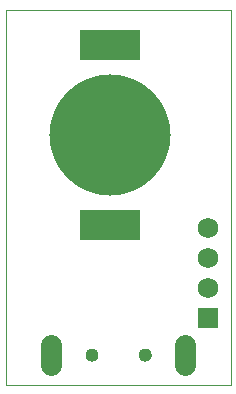
<source format=gbs>
G75*
%MOIN*%
%OFA0B0*%
%FSLAX25Y25*%
%IPPOS*%
%LPD*%
%AMOC8*
5,1,8,0,0,1.08239X$1,22.5*
%
%ADD10C,0.00000*%
%ADD11C,0.07000*%
%ADD12C,0.04337*%
%ADD13R,0.06900X0.06900*%
%ADD14C,0.06900*%
%ADD15C,0.40400*%
%ADD16R,0.20400X0.10400*%
D10*
X0021345Y0060541D02*
X0021345Y0185541D01*
X0096345Y0185541D01*
X0096345Y0060541D01*
X0021345Y0060541D01*
X0048018Y0070541D02*
X0048020Y0070629D01*
X0048026Y0070717D01*
X0048036Y0070805D01*
X0048050Y0070893D01*
X0048067Y0070979D01*
X0048089Y0071065D01*
X0048114Y0071149D01*
X0048144Y0071233D01*
X0048176Y0071315D01*
X0048213Y0071395D01*
X0048253Y0071474D01*
X0048297Y0071551D01*
X0048344Y0071626D01*
X0048394Y0071698D01*
X0048448Y0071769D01*
X0048504Y0071836D01*
X0048564Y0071902D01*
X0048626Y0071964D01*
X0048692Y0072024D01*
X0048759Y0072080D01*
X0048830Y0072134D01*
X0048902Y0072184D01*
X0048977Y0072231D01*
X0049054Y0072275D01*
X0049133Y0072315D01*
X0049213Y0072352D01*
X0049295Y0072384D01*
X0049379Y0072414D01*
X0049463Y0072439D01*
X0049549Y0072461D01*
X0049635Y0072478D01*
X0049723Y0072492D01*
X0049811Y0072502D01*
X0049899Y0072508D01*
X0049987Y0072510D01*
X0050075Y0072508D01*
X0050163Y0072502D01*
X0050251Y0072492D01*
X0050339Y0072478D01*
X0050425Y0072461D01*
X0050511Y0072439D01*
X0050595Y0072414D01*
X0050679Y0072384D01*
X0050761Y0072352D01*
X0050841Y0072315D01*
X0050920Y0072275D01*
X0050997Y0072231D01*
X0051072Y0072184D01*
X0051144Y0072134D01*
X0051215Y0072080D01*
X0051282Y0072024D01*
X0051348Y0071964D01*
X0051410Y0071902D01*
X0051470Y0071836D01*
X0051526Y0071769D01*
X0051580Y0071698D01*
X0051630Y0071626D01*
X0051677Y0071551D01*
X0051721Y0071474D01*
X0051761Y0071395D01*
X0051798Y0071315D01*
X0051830Y0071233D01*
X0051860Y0071149D01*
X0051885Y0071065D01*
X0051907Y0070979D01*
X0051924Y0070893D01*
X0051938Y0070805D01*
X0051948Y0070717D01*
X0051954Y0070629D01*
X0051956Y0070541D01*
X0051954Y0070453D01*
X0051948Y0070365D01*
X0051938Y0070277D01*
X0051924Y0070189D01*
X0051907Y0070103D01*
X0051885Y0070017D01*
X0051860Y0069933D01*
X0051830Y0069849D01*
X0051798Y0069767D01*
X0051761Y0069687D01*
X0051721Y0069608D01*
X0051677Y0069531D01*
X0051630Y0069456D01*
X0051580Y0069384D01*
X0051526Y0069313D01*
X0051470Y0069246D01*
X0051410Y0069180D01*
X0051348Y0069118D01*
X0051282Y0069058D01*
X0051215Y0069002D01*
X0051144Y0068948D01*
X0051072Y0068898D01*
X0050997Y0068851D01*
X0050920Y0068807D01*
X0050841Y0068767D01*
X0050761Y0068730D01*
X0050679Y0068698D01*
X0050595Y0068668D01*
X0050511Y0068643D01*
X0050425Y0068621D01*
X0050339Y0068604D01*
X0050251Y0068590D01*
X0050163Y0068580D01*
X0050075Y0068574D01*
X0049987Y0068572D01*
X0049899Y0068574D01*
X0049811Y0068580D01*
X0049723Y0068590D01*
X0049635Y0068604D01*
X0049549Y0068621D01*
X0049463Y0068643D01*
X0049379Y0068668D01*
X0049295Y0068698D01*
X0049213Y0068730D01*
X0049133Y0068767D01*
X0049054Y0068807D01*
X0048977Y0068851D01*
X0048902Y0068898D01*
X0048830Y0068948D01*
X0048759Y0069002D01*
X0048692Y0069058D01*
X0048626Y0069118D01*
X0048564Y0069180D01*
X0048504Y0069246D01*
X0048448Y0069313D01*
X0048394Y0069384D01*
X0048344Y0069456D01*
X0048297Y0069531D01*
X0048253Y0069608D01*
X0048213Y0069687D01*
X0048176Y0069767D01*
X0048144Y0069849D01*
X0048114Y0069933D01*
X0048089Y0070017D01*
X0048067Y0070103D01*
X0048050Y0070189D01*
X0048036Y0070277D01*
X0048026Y0070365D01*
X0048020Y0070453D01*
X0048018Y0070541D01*
X0065734Y0070541D02*
X0065736Y0070629D01*
X0065742Y0070717D01*
X0065752Y0070805D01*
X0065766Y0070893D01*
X0065783Y0070979D01*
X0065805Y0071065D01*
X0065830Y0071149D01*
X0065860Y0071233D01*
X0065892Y0071315D01*
X0065929Y0071395D01*
X0065969Y0071474D01*
X0066013Y0071551D01*
X0066060Y0071626D01*
X0066110Y0071698D01*
X0066164Y0071769D01*
X0066220Y0071836D01*
X0066280Y0071902D01*
X0066342Y0071964D01*
X0066408Y0072024D01*
X0066475Y0072080D01*
X0066546Y0072134D01*
X0066618Y0072184D01*
X0066693Y0072231D01*
X0066770Y0072275D01*
X0066849Y0072315D01*
X0066929Y0072352D01*
X0067011Y0072384D01*
X0067095Y0072414D01*
X0067179Y0072439D01*
X0067265Y0072461D01*
X0067351Y0072478D01*
X0067439Y0072492D01*
X0067527Y0072502D01*
X0067615Y0072508D01*
X0067703Y0072510D01*
X0067791Y0072508D01*
X0067879Y0072502D01*
X0067967Y0072492D01*
X0068055Y0072478D01*
X0068141Y0072461D01*
X0068227Y0072439D01*
X0068311Y0072414D01*
X0068395Y0072384D01*
X0068477Y0072352D01*
X0068557Y0072315D01*
X0068636Y0072275D01*
X0068713Y0072231D01*
X0068788Y0072184D01*
X0068860Y0072134D01*
X0068931Y0072080D01*
X0068998Y0072024D01*
X0069064Y0071964D01*
X0069126Y0071902D01*
X0069186Y0071836D01*
X0069242Y0071769D01*
X0069296Y0071698D01*
X0069346Y0071626D01*
X0069393Y0071551D01*
X0069437Y0071474D01*
X0069477Y0071395D01*
X0069514Y0071315D01*
X0069546Y0071233D01*
X0069576Y0071149D01*
X0069601Y0071065D01*
X0069623Y0070979D01*
X0069640Y0070893D01*
X0069654Y0070805D01*
X0069664Y0070717D01*
X0069670Y0070629D01*
X0069672Y0070541D01*
X0069670Y0070453D01*
X0069664Y0070365D01*
X0069654Y0070277D01*
X0069640Y0070189D01*
X0069623Y0070103D01*
X0069601Y0070017D01*
X0069576Y0069933D01*
X0069546Y0069849D01*
X0069514Y0069767D01*
X0069477Y0069687D01*
X0069437Y0069608D01*
X0069393Y0069531D01*
X0069346Y0069456D01*
X0069296Y0069384D01*
X0069242Y0069313D01*
X0069186Y0069246D01*
X0069126Y0069180D01*
X0069064Y0069118D01*
X0068998Y0069058D01*
X0068931Y0069002D01*
X0068860Y0068948D01*
X0068788Y0068898D01*
X0068713Y0068851D01*
X0068636Y0068807D01*
X0068557Y0068767D01*
X0068477Y0068730D01*
X0068395Y0068698D01*
X0068311Y0068668D01*
X0068227Y0068643D01*
X0068141Y0068621D01*
X0068055Y0068604D01*
X0067967Y0068590D01*
X0067879Y0068580D01*
X0067791Y0068574D01*
X0067703Y0068572D01*
X0067615Y0068574D01*
X0067527Y0068580D01*
X0067439Y0068590D01*
X0067351Y0068604D01*
X0067265Y0068621D01*
X0067179Y0068643D01*
X0067095Y0068668D01*
X0067011Y0068698D01*
X0066929Y0068730D01*
X0066849Y0068767D01*
X0066770Y0068807D01*
X0066693Y0068851D01*
X0066618Y0068898D01*
X0066546Y0068948D01*
X0066475Y0069002D01*
X0066408Y0069058D01*
X0066342Y0069118D01*
X0066280Y0069180D01*
X0066220Y0069246D01*
X0066164Y0069313D01*
X0066110Y0069384D01*
X0066060Y0069456D01*
X0066013Y0069531D01*
X0065969Y0069608D01*
X0065929Y0069687D01*
X0065892Y0069767D01*
X0065860Y0069849D01*
X0065830Y0069933D01*
X0065805Y0070017D01*
X0065783Y0070103D01*
X0065766Y0070189D01*
X0065752Y0070277D01*
X0065742Y0070365D01*
X0065736Y0070453D01*
X0065734Y0070541D01*
D11*
X0081286Y0067241D02*
X0081286Y0073841D01*
X0036404Y0073841D02*
X0036404Y0067241D01*
D12*
X0049987Y0070541D03*
X0067703Y0070541D03*
D13*
X0088845Y0082729D03*
D14*
X0088845Y0092729D03*
X0088845Y0102729D03*
X0088845Y0112729D03*
D15*
X0056033Y0143666D03*
D16*
X0056033Y0173666D03*
X0056033Y0113666D03*
M02*

</source>
